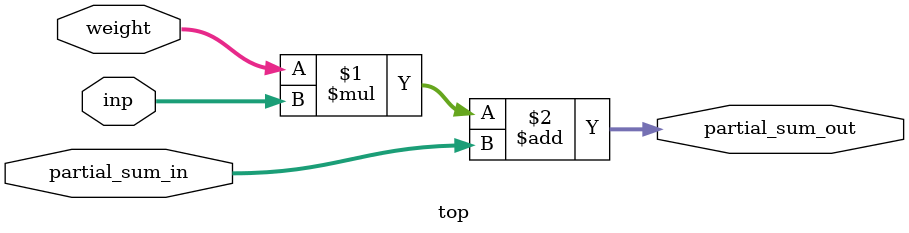
<source format=v>
module top (
    weight, inp, partial_sum_in,
    partial_sum_out
);
parameter width = 8;
parameter accwidth = 32;

input   [width-1:0] weight;
input   [width-1:0] inp;
input   [accwidth-1:0] partial_sum_in;
output  [accwidth-1:0] partial_sum_out;

assign partial_sum_out = weight*inp + partial_sum_in;

endmodule

</source>
